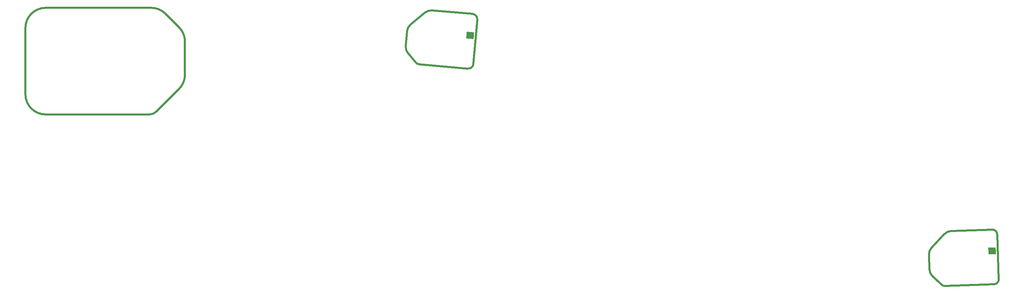
<source format=gbr>
*
G4_C Author: OrCAD GerbTool(tm) 8.1.1 Thu Jun 19 01:00:05 2003*
%LPD*%
%LNstiffbot*%
%FSLAX34Y34*%
%MOIN*%
%AD*%
%AMD26R85*
20,1,0.027000,0.000000,-0.036000,0.000000,0.036000,85.000000*
%
%AMD26R92*
20,1,0.027000,0.000000,-0.036000,0.000000,0.036000,92.000000*
%
%ADD10C,0.010000*%
%ADD11C,0.020000*%
%ADD12D26R85*%
%ADD13D26R92*%
%ADD26R,0.027000X0.072000*%
G4_C OrCAD GerbTool Tool List *
G54D11*
G1X12938Y30441D2*
G75*
G2X12232Y30148I-707J707D1*
G74*
G1X2014Y30149D2*
G75*
G2X14Y32150I0J2000D1*
G74*
G1X14Y38707D1*
G1X2014Y40707D2*
G75*
G3X14Y38707I0J-2000D1*
G74*
G1X12232Y30149D2*
G1X2014Y30149D1*
G1X2014Y40707D2*
G1X12421Y40707D1*
G75*
G2X13835Y40121I0J-2000D1*
G74*
G1X15170Y38786D1*
G75*
G2X15756Y37372I-1414J-1414D1*
G74*
G1X15756Y34088D1*
G1X15170Y32675D2*
G1X12938Y30441D1*
G1X15756Y34088D2*
G75*
G2X15170Y32675I-1999J0D1*
G74*
G1X44597Y39555D2*
G75*
G3X44142Y40097I-498J44D1*
G74*
G1X38534Y35290D2*
G75*
G3X38874Y35113I384J322D1*
G74*
G1X43670Y34693D1*
G1X44211Y35148D2*
G1X44597Y39555D1*
G1X43670Y34693D2*
G75*
G3X44211Y35148I44J498D1*
G74*
G1X38534Y35290D2*
G1X37766Y36205D1*
G75*
G2X37537Y36935I766J643D1*
G74*
G1X37662Y38368D1*
G75*
G2X38015Y39047I996J-87D1*
G74*
G1X39410Y40216D1*
G1X40140Y40447D2*
G1X44142Y40097D1*
G1X39410Y40216D2*
G75*
G2X40140Y40447I643J-766D1*
G74*
G54D12*
G1X43881Y37792D3*
G1X43899Y37990D3*
G1X43916Y38189D3*
G1X95900Y18278D2*
G75*
G54D11*
G3X95383Y18760I-500J-17D1*
G74*
G1X90402Y13306D2*
G75*
G3X90761Y13172I341J366D1*
G74*
G1X95572Y13340D1*
G1X96054Y13857D2*
G1X95900Y18278D1*
G1X95572Y13340D2*
G75*
G3X96054Y13857I-18J500D1*
G74*
G1X90402Y13306D2*
G1X89528Y14121D1*
G75*
G2X89212Y14817I682J731D1*
G74*
G1X89161Y16255D1*
G75*
G2X89430Y16971I999J35D1*
G74*
G1X90671Y18302D1*
G1X91367Y18620D2*
G1X95383Y18760D1*
G1X90671Y18302D2*
G75*
G2X91367Y18620I731J-682D1*
G74*
G54D13*
G1X95405Y16442D3*
G1X95398Y16639D3*
G1X95391Y16839D3*
M2*

</source>
